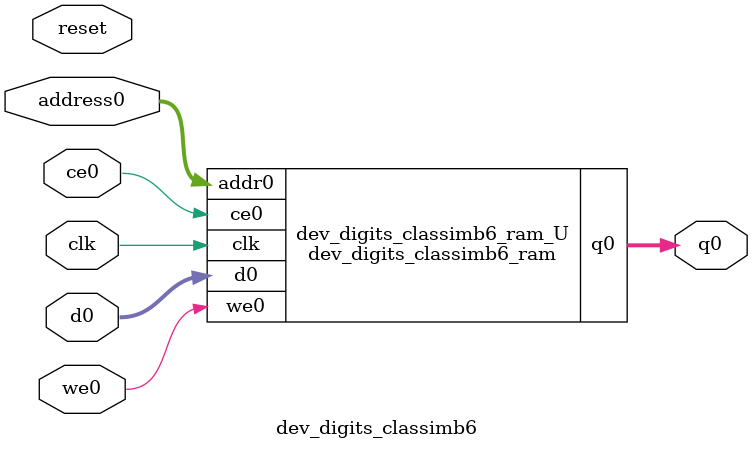
<source format=v>

`timescale 1 ns / 1 ps
module dev_digits_classimb6_ram (addr0, ce0, d0, we0, q0,  clk);

parameter DWIDTH = 12;
parameter AWIDTH = 4;
parameter MEM_SIZE = 10;

input[AWIDTH-1:0] addr0;
input ce0;
input[DWIDTH-1:0] d0;
input we0;
output reg[DWIDTH-1:0] q0;
input clk;

(* ram_style = "distributed" *)reg [DWIDTH-1:0] ram[0:MEM_SIZE-1];




always @(posedge clk)  
begin 
    if (ce0) 
    begin
        if (we0) 
        begin 
            ram[addr0] <= d0; 
            q0 <= d0;
        end 
        else 
            q0 <= ram[addr0];
    end
end


endmodule


`timescale 1 ns / 1 ps
module dev_digits_classimb6(
    reset,
    clk,
    address0,
    ce0,
    we0,
    d0,
    q0);

parameter DataWidth = 32'd12;
parameter AddressRange = 32'd10;
parameter AddressWidth = 32'd4;
input reset;
input clk;
input[AddressWidth - 1:0] address0;
input ce0;
input we0;
input[DataWidth - 1:0] d0;
output[DataWidth - 1:0] q0;



dev_digits_classimb6_ram dev_digits_classimb6_ram_U(
    .clk( clk ),
    .addr0( address0 ),
    .ce0( ce0 ),
    .we0( we0 ),
    .d0( d0 ),
    .q0( q0 ));

endmodule


</source>
